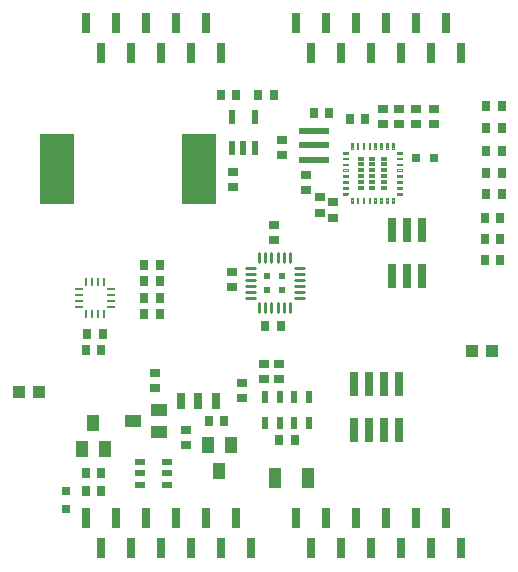
<source format=gtp>
G75*
G70*
%OFA0B0*%
%FSLAX24Y24*%
%IPPOS*%
%LPD*%
%AMOC8*
5,1,8,0,0,1.08239X$1,22.5*
%
%ADD10R,0.0276X0.0354*%
%ADD11R,0.0300X0.0830*%
%ADD12R,0.0354X0.0276*%
%ADD13R,0.0236X0.0118*%
%ADD14C,0.0040*%
%ADD15R,0.0315X0.0315*%
%ADD16R,0.0394X0.0709*%
%ADD17R,0.0984X0.0197*%
%ADD18R,0.0110X0.0256*%
%ADD19R,0.0256X0.0110*%
%ADD20R,0.0190X0.0190*%
%ADD21C,0.0100*%
%ADD22R,0.0236X0.0433*%
%ADD23R,0.0433X0.0394*%
%ADD24R,0.0394X0.0551*%
%ADD25R,0.0551X0.0394*%
%ADD26R,0.0354X0.0236*%
%ADD27R,0.0315X0.0551*%
%ADD28R,0.1181X0.2362*%
%ADD29R,0.0217X0.0472*%
%ADD30R,0.0280X0.0670*%
D10*
X004044Y005790D03*
X004556Y005790D03*
X004556Y006390D03*
X004044Y006390D03*
X004044Y010490D03*
X004556Y010490D03*
X004606Y011040D03*
X004094Y011040D03*
X005994Y011690D03*
X006506Y011690D03*
X006506Y012240D03*
X005994Y012240D03*
X005994Y012790D03*
X006506Y012790D03*
X006506Y013340D03*
X005994Y013340D03*
X010034Y011315D03*
X010546Y011315D03*
X008656Y008140D03*
X008144Y008140D03*
X010494Y007490D03*
X011006Y007490D03*
X017344Y013490D03*
X017856Y013490D03*
X017856Y014190D03*
X017344Y014190D03*
X017344Y014890D03*
X017856Y014890D03*
X017906Y015690D03*
X017394Y015690D03*
X017394Y016390D03*
X017906Y016390D03*
X017906Y017140D03*
X017394Y017140D03*
X017394Y017890D03*
X017906Y017890D03*
X017906Y018640D03*
X017394Y018640D03*
X013356Y018190D03*
X012844Y018190D03*
X012156Y018390D03*
X011644Y018390D03*
X010306Y018990D03*
X009794Y018990D03*
X009056Y018990D03*
X008544Y018990D03*
D11*
X014250Y014505D03*
X014750Y014505D03*
X015250Y014505D03*
X015250Y012975D03*
X014750Y012975D03*
X014250Y012975D03*
X014000Y009355D03*
X014500Y009355D03*
X013500Y009355D03*
X013000Y009355D03*
X013000Y007825D03*
X013500Y007825D03*
X014000Y007825D03*
X014500Y007825D03*
D12*
X010500Y009534D03*
X010000Y009534D03*
X010000Y010046D03*
X010500Y010046D03*
X009250Y009396D03*
X009250Y008884D03*
X007400Y007846D03*
X007400Y007334D03*
X006370Y009234D03*
X006370Y009746D03*
X008930Y012594D03*
X008930Y013106D03*
X010320Y014164D03*
X010320Y014676D03*
X011380Y015824D03*
X011860Y015586D03*
X012300Y015426D03*
X011860Y015074D03*
X012300Y014914D03*
X011380Y016336D03*
X010600Y016984D03*
X010600Y017496D03*
X008950Y016446D03*
X008950Y015934D03*
X013950Y018034D03*
X013950Y018546D03*
X014500Y018546D03*
X014500Y018034D03*
X015050Y018034D03*
X015050Y018546D03*
X015650Y018546D03*
X015650Y018034D03*
D13*
X013994Y016882D03*
X013994Y016685D03*
X013994Y016488D03*
X013994Y016292D03*
X013994Y016095D03*
X013994Y015898D03*
X013600Y015898D03*
X013600Y016095D03*
X013600Y016292D03*
X013600Y016488D03*
X013600Y016685D03*
X013600Y016882D03*
X013206Y016882D03*
X013206Y016685D03*
X013206Y016488D03*
X013206Y016292D03*
X013206Y016095D03*
X013206Y015898D03*
D14*
X013137Y015573D02*
X013078Y015573D01*
X013078Y015396D01*
X013137Y015396D01*
X013137Y015573D01*
X013137Y015557D02*
X013078Y015557D01*
X013078Y015518D02*
X013137Y015518D01*
X013137Y015480D02*
X013078Y015480D01*
X013078Y015441D02*
X013137Y015441D01*
X013137Y015403D02*
X013078Y015403D01*
X012941Y015403D02*
X012881Y015403D01*
X012881Y015396D02*
X012941Y015396D01*
X012941Y015573D01*
X012901Y015573D01*
X012881Y015553D01*
X012881Y015396D01*
X012881Y015441D02*
X012941Y015441D01*
X012941Y015480D02*
X012881Y015480D01*
X012881Y015518D02*
X012941Y015518D01*
X012941Y015557D02*
X012885Y015557D01*
X012764Y015672D02*
X012606Y015672D01*
X012606Y015671D02*
X012606Y015731D01*
X012783Y015731D01*
X012783Y015691D01*
X012763Y015671D01*
X012606Y015671D01*
X012606Y015711D02*
X012783Y015711D01*
X012783Y015868D02*
X012606Y015868D01*
X012606Y015927D01*
X012783Y015927D01*
X012783Y015868D01*
X012783Y015903D02*
X012606Y015903D01*
X012606Y016065D02*
X012606Y016124D01*
X012783Y016124D01*
X012783Y016065D01*
X012606Y016065D01*
X012606Y016096D02*
X012783Y016096D01*
X012783Y016262D02*
X012606Y016262D01*
X012606Y016321D01*
X012783Y016321D01*
X012783Y016262D01*
X012783Y016288D02*
X012606Y016288D01*
X012606Y016459D02*
X012606Y016518D01*
X012783Y016518D01*
X012783Y016459D01*
X012606Y016459D01*
X012606Y016481D02*
X012783Y016481D01*
X012783Y016656D02*
X012606Y016656D01*
X012606Y016715D01*
X012783Y016715D01*
X012783Y016656D01*
X012783Y016673D02*
X012606Y016673D01*
X012606Y016712D02*
X012783Y016712D01*
X012783Y016853D02*
X012606Y016853D01*
X012606Y016912D01*
X012783Y016912D01*
X012783Y016853D01*
X012783Y016866D02*
X012606Y016866D01*
X012606Y016904D02*
X012783Y016904D01*
X012783Y017049D02*
X012606Y017049D01*
X012606Y017109D01*
X012763Y017109D01*
X012783Y017089D01*
X012783Y017049D01*
X012783Y017058D02*
X012606Y017058D01*
X012606Y017097D02*
X012775Y017097D01*
X012896Y017212D02*
X012941Y017212D01*
X012941Y017207D02*
X012941Y017384D01*
X012881Y017384D01*
X012881Y017227D01*
X012901Y017207D01*
X012941Y017207D01*
X012941Y017251D02*
X012881Y017251D01*
X012881Y017289D02*
X012941Y017289D01*
X012941Y017328D02*
X012881Y017328D01*
X012881Y017366D02*
X012941Y017366D01*
X013078Y017366D02*
X013137Y017366D01*
X013137Y017384D02*
X013078Y017384D01*
X013078Y017207D01*
X013137Y017207D01*
X013137Y017384D01*
X013137Y017328D02*
X013078Y017328D01*
X013078Y017289D02*
X013137Y017289D01*
X013137Y017251D02*
X013078Y017251D01*
X013078Y017212D02*
X013137Y017212D01*
X013275Y017212D02*
X013334Y017212D01*
X013334Y017207D02*
X013275Y017207D01*
X013275Y017384D01*
X013334Y017384D01*
X013334Y017207D01*
X013334Y017251D02*
X013275Y017251D01*
X013275Y017289D02*
X013334Y017289D01*
X013334Y017328D02*
X013275Y017328D01*
X013275Y017366D02*
X013334Y017366D01*
X013472Y017366D02*
X013531Y017366D01*
X013531Y017384D02*
X013472Y017384D01*
X013472Y017207D01*
X013531Y017207D01*
X013531Y017384D01*
X013531Y017328D02*
X013472Y017328D01*
X013472Y017289D02*
X013531Y017289D01*
X013531Y017251D02*
X013472Y017251D01*
X013472Y017212D02*
X013531Y017212D01*
X013669Y017212D02*
X013728Y017212D01*
X013728Y017207D02*
X013669Y017207D01*
X013669Y017384D01*
X013728Y017384D01*
X013728Y017207D01*
X013728Y017251D02*
X013669Y017251D01*
X013669Y017289D02*
X013728Y017289D01*
X013728Y017328D02*
X013669Y017328D01*
X013669Y017366D02*
X013728Y017366D01*
X013866Y017366D02*
X013925Y017366D01*
X013925Y017384D02*
X013866Y017384D01*
X013866Y017207D01*
X013925Y017207D01*
X013925Y017384D01*
X013925Y017328D02*
X013866Y017328D01*
X013866Y017289D02*
X013925Y017289D01*
X013925Y017251D02*
X013866Y017251D01*
X013866Y017212D02*
X013925Y017212D01*
X014063Y017212D02*
X014122Y017212D01*
X014122Y017207D02*
X014063Y017207D01*
X014063Y017384D01*
X014122Y017384D01*
X014122Y017207D01*
X014122Y017251D02*
X014063Y017251D01*
X014063Y017289D02*
X014122Y017289D01*
X014122Y017328D02*
X014063Y017328D01*
X014063Y017366D02*
X014122Y017366D01*
X014259Y017366D02*
X014319Y017366D01*
X014319Y017384D02*
X014259Y017384D01*
X014259Y017207D01*
X014299Y017207D01*
X014319Y017227D01*
X014319Y017384D01*
X014319Y017328D02*
X014259Y017328D01*
X014259Y017289D02*
X014319Y017289D01*
X014319Y017251D02*
X014259Y017251D01*
X014259Y017212D02*
X014304Y017212D01*
X014425Y017097D02*
X014594Y017097D01*
X014594Y017109D02*
X014594Y017049D01*
X014417Y017049D01*
X014417Y017089D01*
X014437Y017109D01*
X014594Y017109D01*
X014594Y017058D02*
X014417Y017058D01*
X014417Y016912D02*
X014594Y016912D01*
X014594Y016853D01*
X014417Y016853D01*
X014417Y016912D01*
X014417Y016904D02*
X014594Y016904D01*
X014594Y016866D02*
X014417Y016866D01*
X014417Y016715D02*
X014594Y016715D01*
X014594Y016656D01*
X014417Y016656D01*
X014417Y016715D01*
X014417Y016712D02*
X014594Y016712D01*
X014594Y016673D02*
X014417Y016673D01*
X014417Y016518D02*
X014594Y016518D01*
X014594Y016459D01*
X014417Y016459D01*
X014417Y016518D01*
X014417Y016481D02*
X014594Y016481D01*
X014594Y016321D02*
X014594Y016262D01*
X014417Y016262D01*
X014417Y016321D01*
X014594Y016321D01*
X014594Y016288D02*
X014417Y016288D01*
X014417Y016124D02*
X014594Y016124D01*
X014594Y016065D01*
X014417Y016065D01*
X014417Y016124D01*
X014417Y016096D02*
X014594Y016096D01*
X014594Y015927D02*
X014417Y015927D01*
X014417Y015868D01*
X014594Y015868D01*
X014594Y015927D01*
X014594Y015903D02*
X014417Y015903D01*
X014417Y015731D02*
X014594Y015731D01*
X014594Y015671D01*
X014437Y015671D01*
X014417Y015691D01*
X014417Y015731D01*
X014417Y015711D02*
X014594Y015711D01*
X014594Y015672D02*
X014436Y015672D01*
X014319Y015553D02*
X014299Y015573D01*
X014259Y015573D01*
X014259Y015396D01*
X014319Y015396D01*
X014319Y015553D01*
X014315Y015557D02*
X014259Y015557D01*
X014259Y015518D02*
X014319Y015518D01*
X014319Y015480D02*
X014259Y015480D01*
X014259Y015441D02*
X014319Y015441D01*
X014319Y015403D02*
X014259Y015403D01*
X014122Y015403D02*
X014063Y015403D01*
X014063Y015396D02*
X014122Y015396D01*
X014122Y015573D01*
X014063Y015573D01*
X014063Y015396D01*
X014063Y015441D02*
X014122Y015441D01*
X014122Y015480D02*
X014063Y015480D01*
X014063Y015518D02*
X014122Y015518D01*
X014122Y015557D02*
X014063Y015557D01*
X013925Y015557D02*
X013866Y015557D01*
X013866Y015573D02*
X013925Y015573D01*
X013925Y015396D01*
X013866Y015396D01*
X013866Y015573D01*
X013866Y015518D02*
X013925Y015518D01*
X013925Y015480D02*
X013866Y015480D01*
X013866Y015441D02*
X013925Y015441D01*
X013925Y015403D02*
X013866Y015403D01*
X013728Y015403D02*
X013669Y015403D01*
X013669Y015396D02*
X013728Y015396D01*
X013728Y015573D01*
X013669Y015573D01*
X013669Y015396D01*
X013669Y015441D02*
X013728Y015441D01*
X013728Y015480D02*
X013669Y015480D01*
X013669Y015518D02*
X013728Y015518D01*
X013728Y015557D02*
X013669Y015557D01*
X013531Y015557D02*
X013472Y015557D01*
X013472Y015573D02*
X013531Y015573D01*
X013531Y015396D01*
X013472Y015396D01*
X013472Y015573D01*
X013472Y015518D02*
X013531Y015518D01*
X013531Y015480D02*
X013472Y015480D01*
X013472Y015441D02*
X013531Y015441D01*
X013531Y015403D02*
X013472Y015403D01*
X013334Y015403D02*
X013275Y015403D01*
X013275Y015396D02*
X013334Y015396D01*
X013334Y015573D01*
X013275Y015573D01*
X013275Y015396D01*
X013275Y015441D02*
X013334Y015441D01*
X013334Y015480D02*
X013275Y015480D01*
X013275Y015518D02*
X013334Y015518D01*
X013334Y015557D02*
X013275Y015557D01*
D15*
X015055Y016890D03*
X015645Y016890D03*
X003400Y005785D03*
X003400Y005195D03*
D16*
X010349Y006240D03*
X011451Y006240D03*
D17*
X011650Y016848D03*
X011650Y017320D03*
X011650Y017792D03*
D18*
X004645Y012779D03*
X004448Y012779D03*
X004252Y012779D03*
X004055Y012779D03*
X004055Y011701D03*
X004252Y011701D03*
X004448Y011701D03*
X004645Y011701D03*
D19*
X004889Y011945D03*
X004889Y012142D03*
X004889Y012338D03*
X004889Y012535D03*
X003811Y012535D03*
X003811Y012338D03*
X003811Y012142D03*
X003811Y011945D03*
D20*
X010078Y012508D03*
X010093Y012983D03*
X010573Y012983D03*
X010578Y012508D03*
D21*
X011006Y012437D02*
X011306Y012437D01*
X011306Y012635D02*
X011006Y012635D01*
X011006Y012846D02*
X011306Y012846D01*
X011306Y013044D02*
X011006Y013044D01*
X011006Y013243D02*
X011306Y013243D01*
X010841Y013418D02*
X010841Y013718D01*
X010643Y013718D02*
X010643Y013418D01*
X010444Y013418D02*
X010444Y013718D01*
X010233Y013718D02*
X010233Y013418D01*
X010036Y013418D02*
X010036Y013718D01*
X009836Y013718D02*
X009836Y013418D01*
X009671Y013243D02*
X009371Y013243D01*
X009371Y013044D02*
X009671Y013044D01*
X009671Y012846D02*
X009371Y012846D01*
X009371Y012635D02*
X009671Y012635D01*
X009671Y012437D02*
X009371Y012437D01*
X009371Y012238D02*
X009671Y012238D01*
X009836Y012063D02*
X009836Y011763D01*
X010036Y011763D02*
X010036Y012063D01*
X010233Y012063D02*
X010233Y011763D01*
X010444Y011763D02*
X010444Y012063D01*
X010643Y012063D02*
X010643Y011763D01*
X010841Y011763D02*
X010841Y012063D01*
X011006Y012238D02*
X011306Y012238D01*
D22*
X011488Y008923D03*
X010996Y008923D03*
X010504Y008923D03*
X010012Y008923D03*
X010012Y008057D03*
X010504Y008057D03*
X010996Y008057D03*
X011488Y008057D03*
D23*
X016915Y010465D03*
X017585Y010465D03*
X002485Y009090D03*
X001815Y009090D03*
D24*
X003926Y007207D03*
X004674Y007207D03*
X004300Y008073D03*
X008126Y007323D03*
X008874Y007323D03*
X008500Y006457D03*
D25*
X006483Y007766D03*
X006483Y008514D03*
X005617Y008140D03*
D26*
X005847Y006764D03*
X005847Y006390D03*
X005847Y006016D03*
X006753Y006016D03*
X006753Y006390D03*
X006753Y006764D03*
D27*
X007209Y008810D03*
X007800Y008810D03*
X008391Y008810D03*
D28*
X007812Y016540D03*
X003088Y016540D03*
D29*
X008926Y017228D03*
X009300Y017228D03*
X009674Y017228D03*
X009674Y018252D03*
X008926Y018252D03*
D30*
X004550Y003890D03*
X004050Y004890D03*
X005050Y004890D03*
X005550Y003890D03*
X006550Y003890D03*
X006050Y004890D03*
X007050Y004890D03*
X007550Y003890D03*
X008550Y003890D03*
X008050Y004890D03*
X009050Y004890D03*
X009550Y003890D03*
X011050Y004890D03*
X011550Y003890D03*
X012550Y003890D03*
X012050Y004890D03*
X013050Y004890D03*
X013550Y003890D03*
X014550Y003890D03*
X014050Y004890D03*
X015050Y004890D03*
X015550Y003890D03*
X016550Y003890D03*
X016050Y004890D03*
X015550Y020390D03*
X016550Y020390D03*
X016050Y021390D03*
X015050Y021390D03*
X014050Y021390D03*
X013050Y021390D03*
X012050Y021390D03*
X011050Y021390D03*
X011550Y020390D03*
X012550Y020390D03*
X013550Y020390D03*
X014550Y020390D03*
X008550Y020390D03*
X007550Y020390D03*
X006550Y020390D03*
X005550Y020390D03*
X004550Y020390D03*
X004050Y021390D03*
X005050Y021390D03*
X006050Y021390D03*
X007050Y021390D03*
X008050Y021390D03*
M02*

</source>
